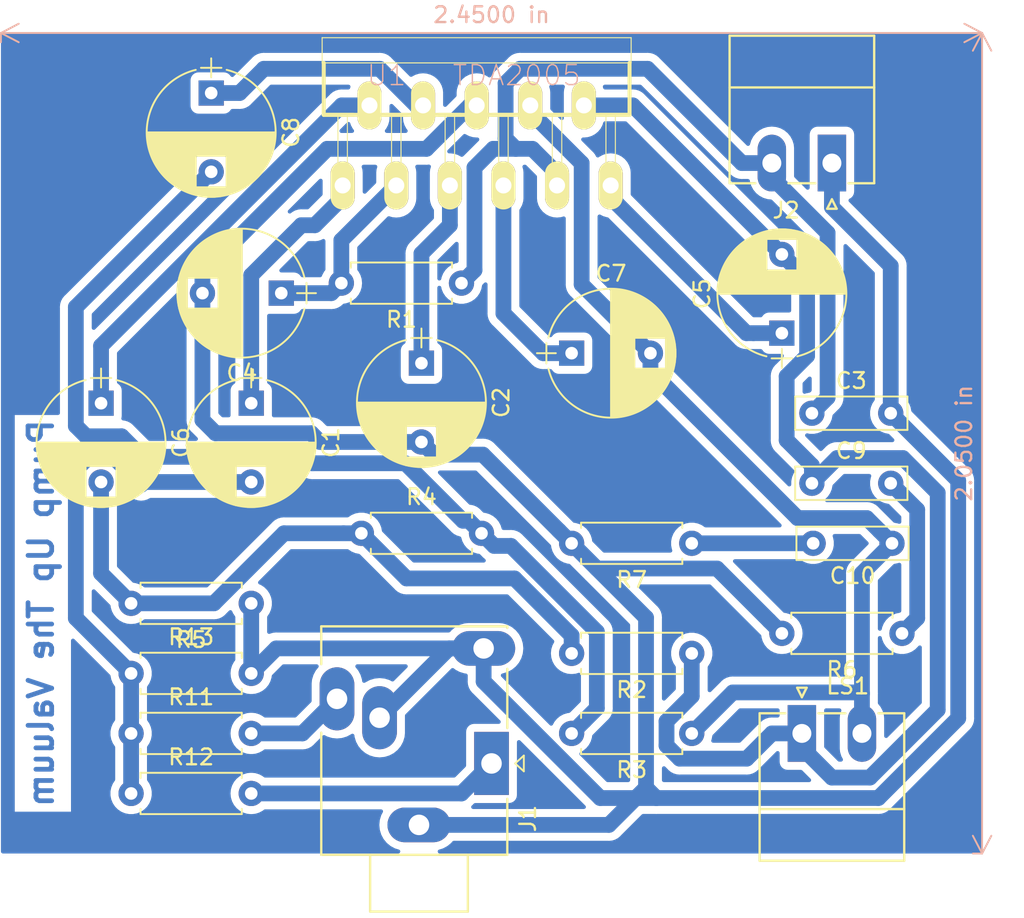
<source format=kicad_pcb>
(kicad_pcb (version 20171130) (host pcbnew 5.1.0)
  (layers (0 F.Cu signal) (31 B.Cu signal) (34 B.Paste user) (35 F.Paste user) (36 B.SilkS user) (37 F.SilkS user) (38 B.Mask user) (39 F.Mask user) (44 Edge.Cuts user))
  (net 0 "")
  (net 1 "Net-(C1-Pad2)")
  (net 2 "Net-(C1-Pad1)")
  (net 3 GND)
  (net 4 "Net-(C2-Pad1)")
  (net 5 VS)
  (net 6 "Net-(C4-Pad1)")
  (net 7 "Net-(C5-Pad2)")
  (net 8 "Net-(C5-Pad1)")
  (net 9 "Net-(C6-Pad2)")
  (net 10 "Net-(C6-Pad1)")
  (net 11 "Net-(C10-Pad1)")
  (net 12 "Net-(C7-Pad1)")
  (net 13 "Net-(C8-Pad2)")
  (net 14 "Net-(C8-Pad1)")
  (net 15 "Net-(C9-Pad2)")
  (net 16 "Net-(C10-Pad2)")
  (net 17 "Net-(J1-PadT)")
  (net 18 "Net-(J1-PadR)")
  (module Capacitors_THT:CP_Radial_D8.0mm_P5.00mm (layer F.Cu) (at 51.435 106.68 180)
    (fp_text reference C4 (at 2.5 -5.06 180) (layer F.SilkS))
    (fp_text value "10 uF")
    (pad 2 thru_hole circle (at 5 0 180) (size 1.6 1.6) (drill 0.8) (layers *.Cu *.Mask) (net 3 GND))
    (pad 1 thru_hole rect (at 0 0 180) (size 1.6 1.6) (drill 0.8) (layers *.Cu *.Mask) (net 6 "Net-(C4-Pad1)"))
  )
  (module Capacitors_THT:CP_Radial_D8.0mm_P5.00mm (layer F.Cu) (at 60.325 111.125 270)
    (fp_text reference C2 (at 2.5 -5.06 270) (layer F.SilkS))
    (fp_text value "2.2 uF")
    (pad 2 thru_hole circle (at 5 0 270) (size 1.6 1.6) (drill 0.8) (layers *.Cu *.Mask) (net 3 GND))
    (pad 1 thru_hole rect (at 0 0 270) (size 1.6 1.6) (drill 0.8) (layers *.Cu *.Mask) (net 4 "Net-(C2-Pad1)"))
  )
  (module Capacitors_THT:CP_Radial_D8.0mm_P5.00mm (layer F.Cu) (at 49.53 113.665 270)
    (fp_text reference C1 (at 2.5 -5.06 270) (layer F.SilkS))
    (fp_text value "2.2 uF")
    (pad 2 thru_hole circle (at 5 0 270) (size 1.6 1.6) (drill 0.8) (layers *.Cu *.Mask) (net 1 "Net-(C1-Pad2)"))
    (pad 1 thru_hole rect (at 0 0 270) (size 1.6 1.6) (drill 0.8) (layers *.Cu *.Mask) (net 2 "Net-(C1-Pad1)"))
  )
  (module STMicroelectronics:st-microelectronics-MULTIWATT-11 (layer F.Cu) (at 63.82734 93.4957)
    (fp_text reference U1 (at -5.715 -0.635) (layer B.SilkS) (effects (font (size 1.27 1.27) (thickness 0.0889))))
    (fp_text value TDA2005 (at 2.54 -0.635) (layer B.SilkS) (effects (font (size 1.27 1.27) (thickness 0.0889))))
    (pad 11 thru_hole oval (at 8.49884 6.35) (size 1.524 3.048) (drill 1.016) (layers F&B.Cu F.Paste F.SilkS F.Mask) (net 8 "Net-(C5-Pad1)"))
    (pad 10 thru_hole oval (at 6.79958 1.27) (size 1.524 3.048) (drill 1.016) (layers F&B.Cu F.Paste F.SilkS F.Mask) (net 7 "Net-(C5-Pad2)"))
    (pad 9 thru_hole oval (at 5.09778 6.35) (size 1.524 3.048) (drill 1.016) (layers F&B.Cu F.Paste F.SilkS F.Mask) (net 5 VS))
    (pad 8 thru_hole oval (at 3.39852 1.27) (size 1.524 3.048) (drill 1.016) (layers F&B.Cu F.Paste F.SilkS F.Mask) (net 11 "Net-(C10-Pad1)"))
    (pad 7 thru_hole oval (at 1.69926 6.35) (size 1.524 3.048) (drill 1.016) (layers F&B.Cu F.Paste F.SilkS F.Mask) (net 12 "Net-(C7-Pad1)"))
    (pad 6 thru_hole oval (at 0 1.27) (size 1.524 3.048) (drill 1.016) (layers F&B.Cu F.Paste F.SilkS F.Mask) (net 3 GND))
    (pad 5 thru_hole oval (at -1.69926 6.35) (size 1.524 3.048) (drill 1.016) (layers F&B.Cu F.Paste F.SilkS F.Mask) (net 4 "Net-(C2-Pad1)"))
    (pad 4 thru_hole oval (at -3.39852 1.27) (size 1.524 3.048) (drill 1.016) (layers F&B.Cu F.Paste F.SilkS F.Mask) (net 14 "Net-(C8-Pad1)"))
    (pad 3 thru_hole oval (at -5.09778 6.35) (size 1.524 3.048) (drill 1.016) (layers F&B.Cu F.Paste F.SilkS F.Mask) (net 6 "Net-(C4-Pad1)"))
    (pad 2 thru_hole oval (at -6.79958 1.27) (size 1.524 3.048) (drill 1.016) (layers F&B.Cu F.Paste F.SilkS F.Mask) (net 10 "Net-(C6-Pad1)"))
    (pad 1 thru_hole oval (at -8.49884 6.35) (size 1.524 3.048) (drill 1.016) (layers F&B.Cu F.Paste F.SilkS F.Mask) (net 2 "Net-(C1-Pad1)"))
  )
  (module Resistors_THT:R_Axial_DIN0207_L6.3mm_D2.5mm_P7.62mm_Horizontal (layer F.Cu) (at 41.91 130.81)
    (fp_text reference R13 (at 3.81 -2.31) (layer F.SilkS))
    (fp_text value R)
    (pad 2 thru_hole oval (at 7.62 0) (size 1.6 1.6) (drill 0.8) (layers *.Cu *.Mask) (net 3 GND))
    (pad 1 thru_hole circle (at 0 0) (size 1.6 1.6) (drill 0.8) (layers *.Cu *.Mask) (net 1 "Net-(C1-Pad2)"))
  )
  (module Resistors_THT:R_Axial_DIN0207_L6.3mm_D2.5mm_P7.62mm_Horizontal (layer F.Cu) (at 41.91 138.43)
    (fp_text reference R12 (at 3.81 -2.31) (layer F.SilkS))
    (fp_text value R)
    (pad 2 thru_hole oval (at 7.62 0) (size 1.6 1.6) (drill 0.8) (layers *.Cu *.Mask) (net 17 "Net-(J1-PadT)"))
    (pad 1 thru_hole circle (at 0 0) (size 1.6 1.6) (drill 0.8) (layers *.Cu *.Mask) (net 1 "Net-(C1-Pad2)"))
  )
  (module Resistors_THT:R_Axial_DIN0207_L6.3mm_D2.5mm_P7.62mm_Horizontal (layer F.Cu) (at 41.91 134.62)
    (fp_text reference R11 (at 3.81 -2.31) (layer F.SilkS))
    (fp_text value R)
    (pad 2 thru_hole oval (at 7.62 0) (size 1.6 1.6) (drill 0.8) (layers *.Cu *.Mask) (net 18 "Net-(J1-PadR)"))
    (pad 1 thru_hole circle (at 0 0) (size 1.6 1.6) (drill 0.8) (layers *.Cu *.Mask) (net 1 "Net-(C1-Pad2)"))
  )
  (module Resistors_THT:R_Axial_DIN0207_L6.3mm_D2.5mm_P7.62mm_Horizontal (layer F.Cu) (at 77.47 122.555 180)
    (fp_text reference R7 (at 3.81 -2.31 180) (layer F.SilkS))
    (fp_text value 1)
    (pad 2 thru_hole oval (at 7.62 0 180) (size 1.6 1.6) (drill 0.8) (layers *.Cu *.Mask) (net 3 GND))
    (pad 1 thru_hole circle (at 0 0 180) (size 1.6 1.6) (drill 0.8) (layers *.Cu *.Mask) (net 16 "Net-(C10-Pad2)"))
  )
  (module Resistors_THT:R_Axial_DIN0207_L6.3mm_D2.5mm_P7.62mm_Horizontal (layer F.Cu) (at 90.805 128.27 180)
    (fp_text reference R6 (at 3.81 -2.31 180) (layer F.SilkS))
    (fp_text value 1)
    (pad 2 thru_hole oval (at 7.62 0 180) (size 1.6 1.6) (drill 0.8) (layers *.Cu *.Mask) (net 3 GND))
    (pad 1 thru_hole circle (at 0 0 180) (size 1.6 1.6) (drill 0.8) (layers *.Cu *.Mask) (net 15 "Net-(C9-Pad2)"))
  )
  (module Resistors_THT:R_Axial_DIN0207_L6.3mm_D2.5mm_P7.62mm_Horizontal (layer F.Cu) (at 49.53 126.365 180)
    (fp_text reference R5 (at 3.81 -2.31 180) (layer F.SilkS))
    (fp_text value 12)
    (pad 2 thru_hole oval (at 7.62 0 180) (size 1.6 1.6) (drill 0.8) (layers *.Cu *.Mask) (net 9 "Net-(C6-Pad2)"))
    (pad 1 thru_hole circle (at 0 0 180) (size 1.6 1.6) (drill 0.8) (layers *.Cu *.Mask) (net 3 GND))
  )
  (module Resistors_THT:R_Axial_DIN0207_L6.3mm_D2.5mm_P7.62mm_Horizontal (layer F.Cu) (at 56.515 121.92)
    (fp_text reference R4 (at 3.81 -2.31) (layer F.SilkS))
    (fp_text value 12)
    (pad 2 thru_hole oval (at 7.62 0) (size 1.6 1.6) (drill 0.8) (layers *.Cu *.Mask) (net 13 "Net-(C8-Pad2)"))
    (pad 1 thru_hole circle (at 0 0) (size 1.6 1.6) (drill 0.8) (layers *.Cu *.Mask) (net 9 "Net-(C6-Pad2)"))
  )
  (module Resistors_THT:R_Axial_DIN0207_L6.3mm_D2.5mm_P7.62mm_Horizontal (layer F.Cu) (at 77.47 134.62 180)
    (fp_text reference R3 (at 3.81 -2.31 180) (layer F.SilkS))
    (fp_text value 2k)
    (pad 2 thru_hole oval (at 7.62 0 180) (size 1.6 1.6) (drill 0.8) (layers *.Cu *.Mask) (net 13 "Net-(C8-Pad2)"))
    (pad 1 thru_hole circle (at 0 0 180) (size 1.6 1.6) (drill 0.8) (layers *.Cu *.Mask) (net 11 "Net-(C10-Pad1)"))
  )
  (module Resistors_THT:R_Axial_DIN0207_L6.3mm_D2.5mm_P7.62mm_Horizontal (layer F.Cu) (at 77.47 129.54 180)
    (fp_text reference R2 (at 3.81 -2.31 180) (layer F.SilkS))
    (fp_text value 1k)
    (pad 2 thru_hole oval (at 7.62 0 180) (size 1.6 1.6) (drill 0.8) (layers *.Cu *.Mask) (net 9 "Net-(C6-Pad2)"))
    (pad 1 thru_hole circle (at 0 0 180) (size 1.6 1.6) (drill 0.8) (layers *.Cu *.Mask) (net 7 "Net-(C5-Pad2)"))
  )
  (module Resistors_THT:R_Axial_DIN0207_L6.3mm_D2.5mm_P7.62mm_Horizontal (layer F.Cu) (at 62.865 106.045 180)
    (fp_text reference R1 (at 3.81 -2.31 180) (layer F.SilkS))
    (fp_text value 120k)
    (pad 2 thru_hole oval (at 7.62 0 180) (size 1.6 1.6) (drill 0.8) (layers *.Cu *.Mask) (net 6 "Net-(C4-Pad1)"))
    (pad 1 thru_hole circle (at 0 0 180) (size 1.6 1.6) (drill 0.8) (layers *.Cu *.Mask) (net 5 VS))
  )
  (module Connectors_Phoenix:PhoenixContact_MC-G_02x3.81mm_Angled (layer F.Cu) (at 84.455 134.62)
    (fp_text reference LS1 (at 2.905 -3) (layer F.SilkS))
    (fp_text value Speaker)
    (pad 2 thru_hole oval (at 3.81 0) (size 1.8 3.6) (drill 1.2) (layers *.Cu *.Mask) (net 11 "Net-(C10-Pad1)"))
    (pad 1 thru_hole rect (at 0 0) (size 1.8 3.6) (drill 1.2) (layers *.Cu *.Mask) (net 7 "Net-(C5-Pad2)"))
  )
  (module Connectors_Phoenix:PhoenixContact_MC-G_02x3.81mm_Angled (layer F.Cu) (at 86.36 98.425 180)
    (fp_text reference J2 (at 2.905 -3 180) (layer F.SilkS))
    (fp_text value Conn_01x02_Male)
    (pad 2 thru_hole oval (at 3.81 0 180) (size 1.8 3.6) (drill 1.2) (layers *.Cu *.Mask) (net 5 VS))
    (pad 1 thru_hole rect (at 0 0 180) (size 1.8 3.6) (drill 1.2) (layers *.Cu *.Mask) (net 3 GND))
  )
  (module Connectors:Jack_3.5mm_Ledino_KB3SPRS_Horizontal (layer F.Cu) (at 64.77 136.525 90)
    (fp_text reference J1 (at -3.5 2.3 90) (layer F.SilkS))
    (fp_text value AudioJack3_Switch)
    (pad T thru_hole rect (at 0 0 90) (size 4 2.2) (drill 1.3) (layers *.Cu *.Mask) (net 17 "Net-(J1-PadT)"))
    (pad TN thru_hole oval (at 7.3 -0.5 180) (size 4 2.2) (drill 1.3) (layers *.Cu *.Mask) (net 3 GND))
    (pad RN thru_hole oval (at 2.9 -7.1 90) (size 4 2.2) (drill 1.3) (layers *.Cu *.Mask) (net 3 GND))
    (pad R thru_hole oval (at 4.1 -9.8 90) (size 4 2.2) (drill 1.3) (layers *.Cu *.Mask) (net 18 "Net-(J1-PadR)"))
    (pad S thru_hole oval (at -3.9 -4.6 90) (size 2.2 4) (drill 1.3) (layers *.Cu *.Mask) (net 3 GND))
  )
  (module Capacitors_THT:C_Rect_L7.0mm_W2.0mm_P5.00mm (layer F.Cu) (at 90.17 122.555 180)
    (fp_text reference C10 (at 2.5 -2.06 180) (layer F.SilkS))
    (fp_text value "0.1 uF")
    (pad 2 thru_hole circle (at 5 0 180) (size 1.6 1.6) (drill 0.8) (layers *.Cu *.Mask) (net 16 "Net-(C10-Pad2)"))
    (pad 1 thru_hole circle (at 0 0 180) (size 1.6 1.6) (drill 0.8) (layers *.Cu *.Mask) (net 11 "Net-(C10-Pad1)"))
  )
  (module Capacitors_THT:C_Rect_L7.0mm_W2.0mm_P5.00mm (layer F.Cu) (at 85.09 118.745)
    (fp_text reference C9 (at 2.5 -2.06) (layer F.SilkS))
    (fp_text value "0.1 uF")
    (pad 2 thru_hole circle (at 5 0) (size 1.6 1.6) (drill 0.8) (layers *.Cu *.Mask) (net 15 "Net-(C9-Pad2)"))
    (pad 1 thru_hole circle (at 0 0) (size 1.6 1.6) (drill 0.8) (layers *.Cu *.Mask) (net 7 "Net-(C5-Pad2)"))
  )
  (module Capacitors_THT:CP_Radial_D8.0mm_P5.00mm (layer F.Cu) (at 46.99 93.98 270)
    (fp_text reference C8 (at 2.5 -5.06 270) (layer F.SilkS))
    (fp_text value "220 uF")
    (pad 2 thru_hole circle (at 5 0 270) (size 1.6 1.6) (drill 0.8) (layers *.Cu *.Mask) (net 13 "Net-(C8-Pad2)"))
    (pad 1 thru_hole rect (at 0 0 270) (size 1.6 1.6) (drill 0.8) (layers *.Cu *.Mask) (net 14 "Net-(C8-Pad1)"))
  )
  (module Capacitors_THT:CP_Radial_D8.0mm_P5.00mm (layer F.Cu) (at 69.85 110.49)
    (fp_text reference C7 (at 2.5 -5.06) (layer F.SilkS))
    (fp_text value 100uF)
    (pad 2 thru_hole circle (at 5 0) (size 1.6 1.6) (drill 0.8) (layers *.Cu *.Mask) (net 11 "Net-(C10-Pad1)"))
    (pad 1 thru_hole rect (at 0 0) (size 1.6 1.6) (drill 0.8) (layers *.Cu *.Mask) (net 12 "Net-(C7-Pad1)"))
  )
  (module Capacitors_THT:CP_Radial_D8.0mm_P5.00mm (layer F.Cu) (at 40.005 113.665 270)
    (fp_text reference C6 (at 2.5 -5.06 270) (layer F.SilkS))
    (fp_text value "220 uF")
    (pad 2 thru_hole circle (at 5 0 270) (size 1.6 1.6) (drill 0.8) (layers *.Cu *.Mask) (net 9 "Net-(C6-Pad2)"))
    (pad 1 thru_hole rect (at 0 0 270) (size 1.6 1.6) (drill 0.8) (layers *.Cu *.Mask) (net 10 "Net-(C6-Pad1)"))
  )
  (module Capacitors_THT:CP_Radial_D8.0mm_P5.00mm (layer F.Cu) (at 83.185 109.22 90)
    (fp_text reference C5 (at 2.5 -5.06 90) (layer F.SilkS))
    (fp_text value 100uF)
    (pad 2 thru_hole circle (at 5 0 90) (size 1.6 1.6) (drill 0.8) (layers *.Cu *.Mask) (net 7 "Net-(C5-Pad2)"))
    (pad 1 thru_hole rect (at 0 0 90) (size 1.6 1.6) (drill 0.8) (layers *.Cu *.Mask) (net 8 "Net-(C5-Pad1)"))
  )
  (module Capacitors_THT:C_Rect_L7.0mm_W2.0mm_P5.00mm (layer F.Cu) (at 85.09 114.3)
    (fp_text reference C3 (at 2.5 -2.06) (layer F.SilkS))
    (fp_text value "0.1 uF")
    (pad 2 thru_hole circle (at 5 0) (size 1.6 1.6) (drill 0.8) (layers *.Cu *.Mask) (net 3 GND))
    (pad 1 thru_hole circle (at 0 0) (size 1.6 1.6) (drill 0.8) (layers *.Cu *.Mask) (net 5 VS))
  )
  (dimension 52.07 (width 0.12) (layer B.SilkS) (gr_text "52.070 mm" (at 94.615 116.205 270) (layer B.SilkS) (effects (font (size 1 1) (thickness 0.15)))) (feature1 (pts (xy 95.885 142.24) (xy 95.298579 142.24))) (feature2 (pts (xy 95.885 90.17) (xy 95.298579 90.17))) (crossbar (pts (xy 95.885 90.17) (xy 95.885 142.24))) (arrow1a (pts (xy 95.885 142.24) (xy 95.298579 141.113496))) (arrow1b (pts (xy 95.885 142.24) (xy 96.471421 141.113496))) (arrow2a (pts (xy 95.885 90.17) (xy 95.298579 91.296504))) (arrow2b (pts (xy 95.885 90.17) (xy 96.471421 91.296504))))
  (dimension 62.23 (width 0.12) (layer B.SilkS) (gr_text "62.230 mm" (at 64.77 91.44) (layer B.SilkS) (effects (font (size 1 1) (thickness 0.15)))) (feature1 (pts (xy 95.885 90.17) (xy 95.885 90.756421))) (feature2 (pts (xy 33.655 90.17) (xy 33.655 90.756421))) (crossbar (pts (xy 33.655 90.17) (xy 95.885 90.17))) (arrow1a (pts (xy 95.885 90.17) (xy 94.758496 90.756421))) (arrow1b (pts (xy 95.885 90.17) (xy 94.758496 89.583579))) (arrow2a (pts (xy 33.655 90.17) (xy 34.781504 90.756421))) (arrow2b (pts (xy 33.655 90.17) (xy 34.781504 89.583579))))
  (gr_text "Pump Up The Valuum" (at 36.195 127 90) (layer B.Cu) (effects (font (size 1.5 1.5) (thickness 0.3)) (justify mirror)))
  (segment (start 41.91 130.81) (end 41.91 134.62) (width 1) (layer B.Cu) (net 1))
  (segment (start 41.91 134.62) (end 41.91 138.43) (width 1) (layer B.Cu) (net 1))
  (segment (start 38.404999 127.304999) (end 38.404999 117.896999) (width 1) (layer B.Cu) (net 1))
  (segment (start 41.91 130.81) (end 38.404999 127.304999) (width 1) (layer B.Cu) (net 1))
  (segment (start 42.716998 118.665) (end 49.53 118.665) (width 1) (layer B.Cu) (net 1))
  (segment (start 38.404999 117.896999) (end 39.236999 117.064999) (width 1) (layer B.Cu) (net 1))
  (segment (start 39.236999 117.064999) (end 40.773001 117.064999) (width 1) (layer B.Cu) (net 1))
  (segment (start 40.773001 117.064999) (end 42.545 118.836998) (width 1) (layer B.Cu) (net 1))
  (segment (start 42.545 118.836998) (end 42.716998 118.665) (width 1) (layer B.Cu) (net 1))
  (segment (start 49.53 111.865) (end 49.53 113.665) (width 1) (layer B.Cu) (net 2))
  (segment (start 49.53 105.544998) (end 49.53 111.865) (width 1) (layer B.Cu) (net 2))
  (segment (start 53.5665 102.3697) (end 52.705298 102.3697) (width 1) (layer B.Cu) (net 2))
  (segment (start 52.705298 102.3697) (end 49.53 105.544998) (width 1) (layer B.Cu) (net 2))
  (segment (start 55.3285 100.6077) (end 53.5665 102.3697) (width 1) (layer B.Cu) (net 2))
  (segment (start 55.3285 99.8457) (end 55.3285 100.6077) (width 1) (layer B.Cu) (net 2))
  (segment (start 54.34826 97.52169) (end 46.435 105.43495) (width 1) (layer B.Cu) (net 3))
  (segment (start 46.435 105.54863) (end 46.435 106.68) (width 1) (layer B.Cu) (net 3))
  (segment (start 46.435 105.43495) (end 46.435 105.54863) (width 1) (layer B.Cu) (net 3))
  (segment (start 60.643845 97.52169) (end 54.34826 97.52169) (width 1) (layer B.Cu) (net 3))
  (segment (start 63.399835 94.7657) (end 60.643845 97.52169) (width 1) (layer B.Cu) (net 3))
  (segment (start 63.82734 94.7657) (end 63.399835 94.7657) (width 1) (layer B.Cu) (net 3))
  (segment (start 90.09 113.16863) (end 90.09 114.3) (width 1) (layer B.Cu) (net 3))
  (segment (start 90.09 104.955) (end 90.09 113.16863) (width 1) (layer B.Cu) (net 3))
  (segment (start 86.36 101.225) (end 90.09 104.955) (width 1) (layer B.Cu) (net 3))
  (segment (start 86.36 98.425) (end 86.36 101.225) (width 1) (layer B.Cu) (net 3))
  (segment (start 82.385001 127.470001) (end 83.185 128.27) (width 1) (layer B.Cu) (net 3))
  (segment (start 79.070001 124.155001) (end 82.385001 127.470001) (width 1) (layer B.Cu) (net 3))
  (segment (start 71.450001 124.155001) (end 79.070001 124.155001) (width 1) (layer B.Cu) (net 3))
  (segment (start 69.85 122.555) (end 71.450001 124.155001) (width 1) (layer B.Cu) (net 3))
  (segment (start 94.370021 133.657647) (end 89.307658 138.72001) (width 1) (layer B.Cu) (net 3))
  (segment (start 94.370021 118.580021) (end 94.370021 133.657647) (width 1) (layer B.Cu) (net 3))
  (segment (start 90.09 114.3) (end 94.370021 118.580021) (width 1) (layer B.Cu) (net 3))
  (segment (start 49.53 130.81) (end 49.53 126.365) (width 1) (layer B.Cu) (net 3))
  (segment (start 53.895 116.125) (end 60.325 116.125) (width 1) (layer B.Cu) (net 3))
  (segment (start 53.34 115.57) (end 53.895 116.125) (width 1) (layer B.Cu) (net 3))
  (segment (start 47.267 115.57) (end 53.34 115.57) (width 1) (layer B.Cu) (net 3))
  (segment (start 46.435 106.68) (end 46.435 114.738) (width 1) (layer B.Cu) (net 3))
  (segment (start 46.435 114.738) (end 47.267 115.57) (width 1) (layer B.Cu) (net 3))
  (segment (start 61.124999 116.924999) (end 64.219999 116.924999) (width 1) (layer B.Cu) (net 3))
  (segment (start 69.050001 121.755001) (end 69.85 122.555) (width 1) (layer B.Cu) (net 3))
  (segment (start 64.219999 116.924999) (end 69.050001 121.755001) (width 1) (layer B.Cu) (net 3))
  (segment (start 60.325 116.125) (end 61.124999 116.924999) (width 1) (layer B.Cu) (net 3))
  (segment (start 74.569989 138.069989) (end 75.22001 138.72001) (width 1) (layer B.Cu) (net 3))
  (segment (start 74.569989 127.274989) (end 74.569989 138.069989) (width 1) (layer B.Cu) (net 3))
  (segment (start 71.450001 124.155001) (end 74.569989 127.274989) (width 1) (layer B.Cu) (net 3))
  (segment (start 89.307658 138.72001) (end 75.22001 138.72001) (width 1) (layer B.Cu) (net 3))
  (segment (start 72.214978 140.425) (end 74.569989 138.069989) (width 1) (layer B.Cu) (net 3))
  (segment (start 60.17 140.425) (end 72.214978 140.425) (width 1) (layer B.Cu) (net 3))
  (segment (start 62.07 129.225) (end 57.67 133.625) (width 1) (layer B.Cu) (net 3))
  (segment (start 64.27 129.225) (end 62.07 129.225) (width 1) (layer B.Cu) (net 3))
  (segment (start 51.115 129.225) (end 64.27 129.225) (width 1) (layer B.Cu) (net 3))
  (segment (start 49.53 130.81) (end 51.115 129.225) (width 1) (layer B.Cu) (net 3))
  (segment (start 71.66501 138.72001) (end 75.22001 138.72001) (width 1) (layer B.Cu) (net 3))
  (segment (start 64.27 131.325) (end 71.66501 138.72001) (width 1) (layer B.Cu) (net 3))
  (segment (start 64.27 129.225) (end 64.27 131.325) (width 1) (layer B.Cu) (net 3))
  (segment (start 60.325 109.325) (end 60.325 111.125) (width 1) (layer B.Cu) (net 4))
  (segment (start 60.325 104.17278) (end 60.325 109.325) (width 1) (layer B.Cu) (net 4))
  (segment (start 62.12808 102.3697) (end 60.325 104.17278) (width 1) (layer B.Cu) (net 4))
  (segment (start 62.12808 99.8457) (end 62.12808 102.3697) (width 1) (layer B.Cu) (net 4))
  (segment (start 63.69009 105.21991) (end 63.664999 105.245001) (width 1) (layer B.Cu) (net 5))
  (segment (start 63.69009 98.711195) (end 63.69009 105.21991) (width 1) (layer B.Cu) (net 5))
  (segment (start 64.879595 97.52169) (end 63.69009 98.711195) (width 1) (layer B.Cu) (net 5))
  (segment (start 63.664999 105.245001) (end 62.865 106.045) (width 1) (layer B.Cu) (net 5))
  (segment (start 68.92512 99.0837) (end 67.36311 97.52169) (width 1) (layer B.Cu) (net 5))
  (segment (start 68.92512 99.8457) (end 68.92512 99.0837) (width 1) (layer B.Cu) (net 5))
  (segment (start 86.085011 102.860011) (end 82.55 99.325) (width 1) (layer B.Cu) (net 5))
  (segment (start 82.55 99.325) (end 82.55 98.425) (width 1) (layer B.Cu) (net 5))
  (segment (start 86.085011 113.304989) (end 86.085011 102.860011) (width 1) (layer B.Cu) (net 5))
  (segment (start 85.09 114.3) (end 86.085011 113.304989) (width 1) (layer B.Cu) (net 5))
  (segment (start 66.578855 92.44169) (end 65.66385 93.356695) (width 1) (layer B.Cu) (net 5))
  (segment (start 74.66669 92.44169) (end 66.578855 92.44169) (width 1) (layer B.Cu) (net 5))
  (segment (start 80.65 98.425) (end 74.66669 92.44169) (width 1) (layer B.Cu) (net 5))
  (segment (start 82.55 98.425) (end 80.65 98.425) (width 1) (layer B.Cu) (net 5))
  (segment (start 66.30831 97.52169) (end 64.879595 97.52169) (width 1) (layer B.Cu) (net 5))
  (segment (start 65.66385 96.87723) (end 66.30831 97.52169) (width 1) (layer B.Cu) (net 5))
  (segment (start 65.66385 93.356695) (end 65.66385 96.87723) (width 1) (layer B.Cu) (net 5))
  (segment (start 67.36311 97.52169) (end 66.30831 97.52169) (width 1) (layer B.Cu) (net 5))
  (segment (start 54.61 106.68) (end 55.245 106.045) (width 1) (layer B.Cu) (net 6))
  (segment (start 51.435 106.68) (end 54.61 106.68) (width 1) (layer B.Cu) (net 6))
  (segment (start 55.245 103.33026) (end 58.72956 99.8457) (width 1) (layer B.Cu) (net 6))
  (segment (start 55.245 106.045) (end 55.245 103.33026) (width 1) (layer B.Cu) (net 6))
  (segment (start 73.7307 94.7657) (end 83.185 104.22) (width 1) (layer B.Cu) (net 7))
  (segment (start 70.62692 94.7657) (end 73.7307 94.7657) (width 1) (layer B.Cu) (net 7))
  (segment (start 83.984999 105.019999) (end 83.185 104.22) (width 1) (layer B.Cu) (net 7))
  (segment (start 84.785001 105.820001) (end 83.984999 105.019999) (width 1) (layer B.Cu) (net 7))
  (segment (start 84.785001 110.660001) (end 84.785001 105.820001) (width 1) (layer B.Cu) (net 7))
  (segment (start 83.489999 111.955003) (end 84.785001 110.660001) (width 1) (layer B.Cu) (net 7))
  (segment (start 83.489999 116.013629) (end 83.489999 111.955003) (width 1) (layer B.Cu) (net 7))
  (segment (start 85.09 117.61363) (end 83.489999 116.013629) (width 1) (layer B.Cu) (net 7))
  (segment (start 85.09 118.745) (end 85.09 117.61363) (width 1) (layer B.Cu) (net 7))
  (segment (start 84.455 135.52) (end 84.455 134.62) (width 1) (layer B.Cu) (net 7))
  (segment (start 86.355 137.42) (end 84.455 135.52) (width 1) (layer B.Cu) (net 7))
  (segment (start 88.769177 137.42) (end 86.355 137.42) (width 1) (layer B.Cu) (net 7))
  (segment (start 93.070011 133.119166) (end 88.769177 137.42) (width 1) (layer B.Cu) (net 7))
  (segment (start 93.070011 119.357009) (end 93.070011 133.119166) (width 1) (layer B.Cu) (net 7))
  (segment (start 90.858001 117.144999) (end 93.070011 119.357009) (width 1) (layer B.Cu) (net 7))
  (segment (start 86.690001 117.144999) (end 90.858001 117.144999) (width 1) (layer B.Cu) (net 7))
  (segment (start 85.09 118.745) (end 86.690001 117.144999) (width 1) (layer B.Cu) (net 7))
  (segment (start 82.555 134.62) (end 84.455 134.62) (width 1) (layer B.Cu) (net 7))
  (segment (start 80.954999 136.220001) (end 82.555 134.62) (width 1) (layer B.Cu) (net 7))
  (segment (start 76.701999 136.220001) (end 80.954999 136.220001) (width 1) (layer B.Cu) (net 7))
  (segment (start 75.869999 135.388001) (end 76.701999 136.220001) (width 1) (layer B.Cu) (net 7))
  (segment (start 75.869999 133.851999) (end 75.869999 135.388001) (width 1) (layer B.Cu) (net 7))
  (segment (start 77.47 132.251998) (end 75.869999 133.851999) (width 1) (layer B.Cu) (net 7))
  (segment (start 77.47 129.54) (end 77.47 132.251998) (width 1) (layer B.Cu) (net 7))
  (segment (start 81.385 109.22) (end 83.185 109.22) (width 1) (layer B.Cu) (net 8))
  (segment (start 72.32618 100.6077) (end 80.93848 109.22) (width 1) (layer B.Cu) (net 8))
  (segment (start 80.93848 109.22) (end 81.385 109.22) (width 1) (layer B.Cu) (net 8))
  (segment (start 72.32618 99.8457) (end 72.32618 100.6077) (width 1) (layer B.Cu) (net 8))
  (segment (start 40.005 124.46) (end 41.91 126.365) (width 1) (layer B.Cu) (net 9))
  (segment (start 40.005 118.665) (end 40.005 124.46) (width 1) (layer B.Cu) (net 9))
  (segment (start 55.38363 121.92) (end 56.515 121.92) (width 1) (layer B.Cu) (net 9))
  (segment (start 51.606998 121.92) (end 55.38363 121.92) (width 1) (layer B.Cu) (net 9))
  (segment (start 47.161998 126.365) (end 51.606998 121.92) (width 1) (layer B.Cu) (net 9))
  (segment (start 41.91 126.365) (end 47.161998 126.365) (width 1) (layer B.Cu) (net 9))
  (segment (start 69.85 128.40863) (end 69.85 129.54) (width 1) (layer B.Cu) (net 9))
  (segment (start 66.22636 124.78499) (end 69.85 128.40863) (width 1) (layer B.Cu) (net 9))
  (segment (start 56.515 121.92) (end 59.37999 124.78499) (width 1) (layer B.Cu) (net 9))
  (segment (start 59.37999 124.78499) (end 66.22636 124.78499) (width 1) (layer B.Cu) (net 9))
  (segment (start 40.005 111.865) (end 40.005 113.665) (width 1) (layer B.Cu) (net 10))
  (segment (start 40.005 110.02646) (end 40.005 111.865) (width 1) (layer B.Cu) (net 10))
  (segment (start 55.26576 94.7657) (end 40.005 110.02646) (width 1) (layer B.Cu) (net 10))
  (segment (start 57.02776 94.7657) (end 55.26576 94.7657) (width 1) (layer B.Cu) (net 10))
  (segment (start 74.050001 109.690001) (end 74.85 110.49) (width 1) (layer B.Cu) (net 11))
  (segment (start 70.48713 106.12713) (end 74.050001 109.690001) (width 1) (layer B.Cu) (net 11))
  (segment (start 67.22586 95.175425) (end 70.48713 98.436695) (width 1) (layer B.Cu) (net 11))
  (segment (start 70.48713 98.436695) (end 70.48713 106.12713) (width 1) (layer B.Cu) (net 11))
  (segment (start 67.22586 94.7657) (end 67.22586 95.175425) (width 1) (layer B.Cu) (net 11))
  (segment (start 90.17 122.555) (end 88.265 124.46) (width 1) (layer B.Cu) (net 11))
  (segment (start 80.070001 132.019999) (end 88.204999 132.019999) (width 1) (layer B.Cu) (net 11))
  (segment (start 88.204999 132.019999) (end 88.265 132.08) (width 1) (layer B.Cu) (net 11))
  (segment (start 77.47 134.62) (end 80.070001 132.019999) (width 1) (layer B.Cu) (net 11))
  (segment (start 88.265 124.46) (end 88.265 132.08) (width 1) (layer B.Cu) (net 11))
  (segment (start 88.265 132.08) (end 88.265 134.62) (width 1) (layer B.Cu) (net 11))
  (segment (start 89.370001 121.755001) (end 90.17 122.555) (width 1) (layer B.Cu) (net 11))
  (segment (start 88.569999 120.954999) (end 89.370001 121.755001) (width 1) (layer B.Cu) (net 11))
  (segment (start 84.183629 120.954999) (end 88.569999 120.954999) (width 1) (layer B.Cu) (net 11))
  (segment (start 74.85 111.62137) (end 84.183629 120.954999) (width 1) (layer B.Cu) (net 11))
  (segment (start 74.85 110.49) (end 74.85 111.62137) (width 1) (layer B.Cu) (net 11))
  (segment (start 68.05 110.49) (end 69.85 110.49) (width 1) (layer B.Cu) (net 12))
  (segment (start 65.5266 107.9666) (end 68.05 110.49) (width 1) (layer B.Cu) (net 12))
  (segment (start 65.5266 99.8457) (end 65.5266 107.9666) (width 1) (layer B.Cu) (net 12))
  (segment (start 52.996508 117.064999) (end 53.406509 117.475) (width 1) (layer B.Cu) (net 13))
  (segment (start 38.404999 107.565001) (end 38.404999 115.105001) (width 1) (layer B.Cu) (net 13))
  (segment (start 38.404999 115.105001) (end 39.064987 115.764989) (width 1) (layer B.Cu) (net 13))
  (segment (start 39.064987 115.764989) (end 41.311481 115.764989) (width 1) (layer B.Cu) (net 13))
  (segment (start 41.311481 115.764989) (end 42.611491 117.064999) (width 1) (layer B.Cu) (net 13))
  (segment (start 42.611491 117.064999) (end 52.996508 117.064999) (width 1) (layer B.Cu) (net 13))
  (segment (start 46.99 98.98) (end 38.404999 107.565001) (width 1) (layer B.Cu) (net 13))
  (segment (start 63.335001 121.120001) (end 64.135 121.92) (width 1) (layer B.Cu) (net 13))
  (segment (start 62.951999 121.120001) (end 63.335001 121.120001) (width 1) (layer B.Cu) (net 13))
  (segment (start 59.306998 117.475) (end 62.951999 121.120001) (width 1) (layer B.Cu) (net 13))
  (segment (start 53.406509 117.475) (end 59.306998 117.475) (width 1) (layer B.Cu) (net 13))
  (segment (start 70.649999 133.820001) (end 69.85 134.62) (width 1) (layer B.Cu) (net 13))
  (segment (start 71.450001 133.019999) (end 70.649999 133.820001) (width 1) (layer B.Cu) (net 13))
  (segment (start 71.450001 128.170141) (end 71.450001 133.019999) (width 1) (layer B.Cu) (net 13))
  (segment (start 65.999859 122.719999) (end 71.450001 128.170141) (width 1) (layer B.Cu) (net 13))
  (segment (start 64.934999 122.719999) (end 65.999859 122.719999) (width 1) (layer B.Cu) (net 13))
  (segment (start 64.135 121.92) (end 64.934999 122.719999) (width 1) (layer B.Cu) (net 13))
  (segment (start 48.79 93.98) (end 46.99 93.98) (width 1) (layer B.Cu) (net 14))
  (segment (start 59.998775 94.7657) (end 57.674765 92.44169) (width 1) (layer B.Cu) (net 14))
  (segment (start 50.32831 92.44169) (end 48.79 93.98) (width 1) (layer B.Cu) (net 14))
  (segment (start 57.674765 92.44169) (end 50.32831 92.44169) (width 1) (layer B.Cu) (net 14))
  (segment (start 60.42882 94.7657) (end 59.998775 94.7657) (width 1) (layer B.Cu) (net 14))
  (segment (start 91.770001 127.304999) (end 91.770001 120.425001) (width 1) (layer B.Cu) (net 15))
  (segment (start 90.889999 119.544999) (end 90.09 118.745) (width 1) (layer B.Cu) (net 15))
  (segment (start 91.770001 120.425001) (end 90.889999 119.544999) (width 1) (layer B.Cu) (net 15))
  (segment (start 90.805 128.27) (end 91.770001 127.304999) (width 1) (layer B.Cu) (net 15))
  (segment (start 85.17 122.555) (end 77.47 122.555) (width 1) (layer B.Cu) (net 16))
  (segment (start 62.865 138.43) (end 64.77 136.525) (width 1) (layer B.Cu) (net 17))
  (segment (start 49.53 138.43) (end 62.865 138.43) (width 1) (layer B.Cu) (net 17))
  (segment (start 52.775 134.62) (end 54.97 132.425) (width 1) (layer B.Cu) (net 18))
  (segment (start 49.53 134.62) (end 52.775 134.62) (width 1) (layer B.Cu) (net 18))
  (zone (net 0) (net_name "") (layer B.Cu) (connect_pads (clearance 0.508)) (min_thickness 0.254) (fill yes (arc_segments 32) (thermal_gap 0.508) (thermal_bridge_width 0.508))
    (polygon (pts (xy 33.655 90.17) (xy 95.885 90.17) (xy 95.885 142.24) (xy 33.655 142.24)))
  )
)
</source>
